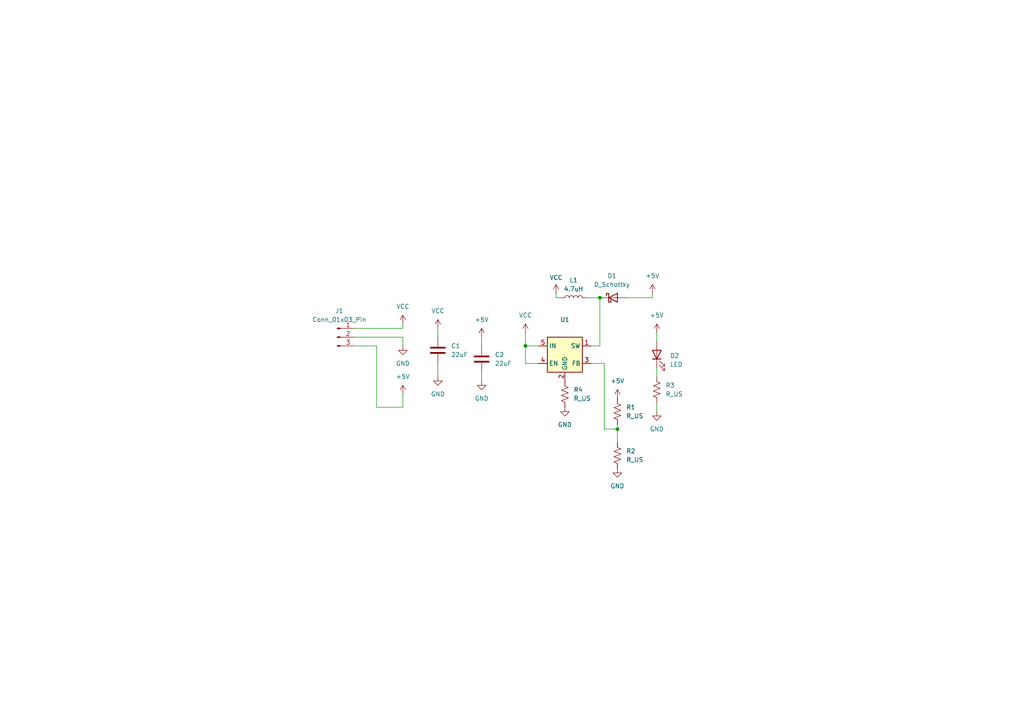
<source format=kicad_sch>
(kicad_sch (version 20250114) (generator "eeschema") (generator_version "9.0")
  (paper "A4")
  (lib_symbols
    (symbol "Connector:Conn_01x03_Pin" (pin_names (offset 1.016) (hide yes))
      (property "Reference" "J" (at 0 5.08 0))
      (property "Value" "Conn_01x03_Pin" (at 0 -5.08 0))
      (symbol "Conn_01x03_Pin_1_1"
        (rectangle (start 0.8636 2.667) (end 0 2.413) (stroke (width 0.1524)) (fill (type outline)))
        (rectangle (start 0.8636 0.127) (end 0 -0.127) (stroke (width 0.1524)) (fill (type outline)))
        (rectangle (start 0.8636 -2.413) (end 0 -2.667) (stroke (width 0.1524)) (fill (type outline)))
        (polyline (pts (xy 1.27 2.54) (xy 0.8636 2.54)) (stroke (width 0.1524)))
        (polyline (pts (xy 1.27 0) (xy 0.8636 0)) (stroke (width 0.1524)))
        (polyline (pts (xy 1.27 -2.54) (xy 0.8636 -2.54)) (stroke (width 0.1524)))
        (pin passive line (at 5.08 2.54 180) (length 3.81) (name "Pin_1") (number "1"))
        (pin passive line (at 5.08 0 180) (length 3.81) (name "Pin_2") (number "2"))
        (pin passive line (at 5.08 -2.54 180) (length 3.81) (name "Pin_3") (number "3"))
      )
    )
    (symbol "Device:C" (pin_numbers (hide yes)) (pin_names (offset 0.254))
      (property "Reference" "C" (at 0.635 2.54 0))
      (property "Value" "C" (at 0.635 -2.54 0))
      (symbol "C_0_1"
        (polyline (pts (xy -2.032 0.762) (xy 2.032 0.762)) (stroke (width 0.508)))
        (polyline (pts (xy -2.032 -0.762) (xy 2.032 -0.762)) (stroke (width 0.508)))
      )
      (symbol "C_1_1"
        (pin passive line (at 0 3.81 270) (length 2.794) (name "~") (number "1"))
        (pin passive line (at 0 -3.81 90) (length 2.794) (name "~") (number "2"))
      )
    )
    (symbol "Device:L" (pin_numbers (hide yes)) (pin_names (offset 1.016) (hide yes))
      (property "Reference" "L" (at -1.27 0 90))
      (property "Value" "L" (at 1.905 0 90))
      (symbol "L_0_1"
        (arc (start 0 2.54) (mid 0.6323 1.905) (end 0 1.27))
        (arc (start 0 1.27) (mid 0.6323 0.635) (end 0 0))
        (arc (start 0 0) (mid 0.6323 -0.635) (end 0 -1.27))
        (arc (start 0 -1.27) (mid 0.6323 -1.905) (end 0 -2.54))
      )
      (symbol "L_1_1"
        (pin passive line (at 0 3.81 270) (length 1.27) (name "1") (number "1"))
        (pin passive line (at 0 -3.81 90) (length 1.27) (name "2") (number "2"))
      )
    )
    (symbol "Device:LED" (pin_numbers (hide yes)) (pin_names (offset 1.016) (hide yes))
      (property "Reference" "D" (at 0 2.54 0))
      (property "Value" "LED" (at 0 -2.54 0))
      (symbol "LED_0_1"
        (polyline (pts (xy -3.048 -0.762) (xy -4.572 -2.286) (xy -3.81 -2.286) (xy -4.572 -2.286) (xy -4.572 -1.524)))
        (polyline (pts (xy -1.778 -0.762) (xy -3.302 -2.286) (xy -2.54 -2.286) (xy -3.302 -2.286) (xy -3.302 -1.524)))
        (polyline (pts (xy -1.27 0) (xy 1.27 0)))
        (polyline (pts (xy -1.27 -1.27) (xy -1.27 1.27)) (stroke (width 0.254)))
        (polyline (pts (xy 1.27 -1.27) (xy 1.27 1.27) (xy -1.27 0) (xy 1.27 -1.27)) (stroke (width 0.254)))
      )
      (symbol "LED_1_1"
        (pin passive line (at -3.81 0 0) (length 2.54) (name "K") (number "1"))
        (pin passive line (at 3.81 0 180) (length 2.54) (name "A") (number "2"))
      )
    )
    (symbol "Device:R_US" (pin_numbers (hide yes)) (pin_names (offset 0))
      (property "Reference" "R" (at 2.54 0 90))
      (property "Value" "R_US" (at -2.54 0 90))
      (symbol "R_US_0_1"
        (polyline (pts (xy 0 2.286) (xy 0 2.54)))
        (polyline (pts (xy 0 2.286) (xy 1.016 1.905) (xy 0 1.524) (xy -1.016 1.143) (xy 0 0.762)))
        (polyline (pts (xy 0 0.762) (xy 1.016 0.381) (xy 0 0) (xy -1.016 -0.381) (xy 0 -0.762)))
        (polyline (pts (xy 0 -0.762) (xy 1.016 -1.143) (xy 0 -1.524) (xy -1.016 -1.905) (xy 0 -2.286)))
        (polyline (pts (xy 0 -2.286) (xy 0 -2.54)))
      )
      (symbol "R_US_1_1"
        (pin passive line (at 0 3.81 270) (length 1.27) (name "~") (number "1"))
        (pin passive line (at 0 -3.81 90) (length 1.27) (name "~") (number "2"))
      )
    )
    (symbol "Diode:MBR0580" (pin_numbers (hide yes)) (pin_names (offset 1.016) (hide yes))
      (property "Reference" "D" (at 0 2.54 0))
      (property "Value" "MBR0580" (at 0 -2.54 0))
      (symbol "MBR0580_0_1"
        (polyline (pts (xy -1.905 0.635) (xy -1.905 1.27) (xy -1.27 1.27) (xy -1.27 -1.27) (xy -0.635 -1.27) (xy -0.635 -0.635)) (stroke (width 0.254)))
        (polyline (pts (xy 1.27 1.27) (xy 1.27 -1.27) (xy -1.27 0) (xy 1.27 1.27)) (stroke (width 0.254)))
        (polyline (pts (xy 1.27 0) (xy -1.27 0)))
      )
      (symbol "MBR0580_1_1"
        (pin passive line (at -3.81 0 0) (length 2.54) (name "K") (number "1"))
        (pin passive line (at 3.81 0 180) (length 2.54) (name "A") (number "2"))
      )
    )
    (symbol "Regulator_Switching:MT3608"
      (property "Reference" "U" (at -2.54 8.89 0))
      (property "Value" "MT3608" (at -3.81 6.35 0))
      (symbol "MT3608_0_1"
        (rectangle (start -5.08 5.08) (end 5.08 -5.08) (stroke (width 0.254)) (fill (type background)))
      )
      (symbol "MT3608_1_1"
        (pin power_in line (at -7.62 2.54 0) (length 2.54) (name "IN") (number "5"))
        (pin input line (at -7.62 -2.54 0) (length 2.54) (name "EN") (number "4"))
        (pin power_in line (at 0 -7.62 90) (length 2.54) (name "GND") (number "2"))
        (pin no_connect line (at 5.08 0 180) (length 2.54) (hide yes) (name "NC") (number "6"))
        (pin passive line (at 7.62 2.54 180) (length 2.54) (name "SW") (number "1"))
        (pin input line (at 7.62 -2.54 180) (length 2.54) (name "FB") (number "3"))
      )
    )
    (symbol "power:+5V" (power) (pin_numbers (hide yes)) (pin_names (offset 0) (hide yes))
      (property "Value" "+5V" (at 0 3.556 0))
      (symbol "+5V_0_1"
        (polyline (pts (xy -0.762 1.27) (xy 0 2.54)))
        (polyline (pts (xy 0 2.54) (xy 0.762 1.27)))
        (polyline (pts (xy 0 0) (xy 0 2.54)))
      )
      (symbol "+5V_1_1"
        (pin power_in line (at 0 0 90) (length 0) (name "~") (number "1"))
      )
    )
    (symbol "power:GND" (power) (pin_numbers (hide yes)) (pin_names (offset 0) (hide yes))
      (property "Value" "GND" (at 0 -3.81 0))
      (symbol "GND_0_1"
        (polyline (pts (xy 0 0) (xy 0 -1.27) (xy 1.27 -1.27) (xy 0 -2.54) (xy -1.27 -1.27) (xy 0 -1.27)))
      )
      (symbol "GND_1_1"
        (pin power_in line (at 0 0 270) (length 0) (name "~") (number "1"))
      )
    )
    (symbol "power:VCC" (power) (pin_numbers (hide yes)) (pin_names (offset 0) (hide yes))
      (property "Value" "VCC" (at 0 3.556 0))
      (symbol "VCC_0_1"
        (polyline (pts (xy -0.762 1.27) (xy 0 2.54)))
        (polyline (pts (xy 0 2.54) (xy 0.762 1.27)))
        (polyline (pts (xy 0 0) (xy 0 2.54)))
      )
      (symbol "VCC_1_1"
        (pin power_in line (at 0 0 90) (length 0) (name "~") (number "1"))
      )
    )
  )
  (junction (at 152.4 100.33))
  (junction (at 173.99 86.36))
  (junction (at 179.07 124.46))
  (wire (pts (xy 116.84 97.79) (xy 116.84 100.33)))
  (wire (pts (xy 171.45 100.33) (xy 173.99 100.33)))
  (wire (pts (xy 189.23 86.36) (xy 189.23 85.09)))
  (wire (pts (xy 175.26 105.41) (xy 175.26 124.46)))
  (wire (pts (xy 152.4 100.33) (xy 156.21 100.33)))
  (wire (pts (xy 127 105.41) (xy 127 109.22)))
  (wire (pts (xy 109.22 100.33) (xy 102.87 100.33)))
  (wire (pts (xy 173.99 100.33) (xy 173.99 86.36)))
  (wire (pts (xy 179.07 123.19) (xy 179.07 124.46)))
  (wire (pts (xy 109.22 100.33) (xy 109.22 118.11)))
  (wire (pts (xy 179.07 124.46) (xy 179.07 128.27)))
  (wire (pts (xy 102.87 95.25) (xy 116.84 95.25)))
  (wire (pts (xy 161.29 86.36) (xy 162.56 86.36)))
  (wire (pts (xy 127 95.25) (xy 127 97.79)))
  (wire (pts (xy 152.4 105.41) (xy 156.21 105.41)))
  (wire (pts (xy 152.4 96.52) (xy 152.4 100.33)))
  (wire (pts (xy 190.5 116.84) (xy 190.5 119.38)))
  (wire (pts (xy 179.07 124.46) (xy 175.26 124.46)))
  (wire (pts (xy 170.18 86.36) (xy 173.99 86.36)))
  (wire (pts (xy 171.45 105.41) (xy 175.26 105.41)))
  (wire (pts (xy 161.29 85.09) (xy 161.29 86.36)))
  (wire (pts (xy 139.7 97.79) (xy 139.7 100.33)))
  (wire (pts (xy 139.7 107.95) (xy 139.7 110.49)))
  (wire (pts (xy 152.4 100.33) (xy 152.4 105.41)))
  (wire (pts (xy 190.5 106.68) (xy 190.5 109.22)))
  (wire (pts (xy 102.87 97.79) (xy 116.84 97.79)))
  (wire (pts (xy 116.84 118.11) (xy 116.84 114.3)))
  (wire (pts (xy 116.84 95.25) (xy 116.84 93.98)))
  (wire (pts (xy 190.5 96.52) (xy 190.5 99.06)))
  (wire (pts (xy 181.61 86.36) (xy 189.23 86.36)))
  (wire (pts (xy 109.22 118.11) (xy 116.84 118.11)))
  (symbol (lib_id "power:+5V") (at 189.23 85.09 0) (unit 1)
    (property "Reference" "#PWR013" (effects (hide yes)))
    (property "Value" "+5V" (at 189.23 80.01 0))
    (property "Description" "Power symbol creates a global label with name \"+5V\"" (effects (hide yes)))
  )
  (symbol (lib_id "power:+5V") (at 190.5 96.52 0) (unit 1)
    (property "Reference" "#PWR014" (effects (hide yes)))
    (property "Value" "+5V" (at 190.5 91.44 0))
    (property "Description" "Power symbol creates a global label with name \"+5V\"" (effects (hide yes)))
  )
  (symbol (lib_id "power:VCC") (at 127 95.25 0) (unit 1)
    (property "Reference" "#PWR01" (effects (hide yes)))
    (property "Value" "VCC" (at 127 90.17 0))
    (property "Description" "Power symbol creates a global label with name \"VCC\"" (effects (hide yes)))
  )
  (symbol (lib_id "Device:R_US") (at 179.07 119.38 0) (unit 1)
    (property "Reference" "R1" (at 181.61 118.1099 0) (effects (justify left)))
    (property "Value" "R_US" (at 181.61 120.6499 0) (effects (justify left)))
    (property "Footprint" "Resistor_SMD:R_0805_2012Metric_Pad1.20x1.40mm_HandSolder" (effects (hide yes)))
    (property "Description" "Resistor, US symbol" (effects (hide yes)))
  )
  (symbol (lib_id "power:+5V") (at 179.07 115.57 0) (unit 1)
    (property "Reference" "#PWR010" (effects (hide yes)))
    (property "Value" "+5V" (at 179.07 110.49 0))
    (property "Description" "Power symbol creates a global label with name \"+5V\"" (effects (hide yes)))
  )
  (symbol (lib_id "power:+5V") (at 139.7 97.79 0) (unit 1)
    (property "Reference" "#PWR04" (effects (hide yes)))
    (property "Value" "+5V" (at 139.7 92.71 0))
    (property "Description" "Power symbol creates a global label with name \"+5V\"" (effects (hide yes)))
  )
  (symbol (lib_id "power:GND") (at 127 109.22 0) (unit 1)
    (property "Reference" "#PWR02" (effects (hide yes)))
    (property "Value" "GND" (at 127 114.3 0))
    (property "Description" "Power symbol creates a global label with name \"GND\" , ground" (effects (hide yes)))
  )
  (symbol (lib_id "power:GND") (at 179.07 135.89 0) (unit 1)
    (property "Reference" "#PWR011" (effects (hide yes)))
    (property "Value" "GND" (at 179.07 140.97 0))
    (property "Description" "Power symbol creates a global label with name \"GND\" , ground" (effects (hide yes)))
  )
  (symbol (lib_id "Device:C") (at 127 101.6 0) (unit 1)
    (property "Reference" "C1" (at 130.81 100.3299 0) (effects (justify left)))
    (property "Value" "22uF" (at 130.81 102.8699 0) (effects (justify left)))
    (property "Footprint" "Capacitor_SMD:C_0805_2012Metric" (effects (hide yes)))
    (property "Description" "Unpolarized capacitor" (effects (hide yes)))
  )
  (symbol (lib_id "Regulator_Switching:MT3608") (at 163.83 102.87 0) (unit 1)
    (property "Reference" "U1" (at 163.83 92.71 0))
    (property "Value" "MT3608" (effects (hide yes)))
    (property "Footprint" "Package_TO_SOT_SMD:SOT-23-6" (effects (hide yes)))
    (property "Datasheet" "https://www.olimex.com/Products/Breadboarding/BB-PWR-3608/resources/MT3608.pdf" (effects (hide yes)))
    (property "Description" "High Efficiency 1.2MHz 2A Step Up Converter, 2-24V Vin, 28V Vout, 4A current limit, 1.2MHz, SOT23-6" (effects (hide yes)))
  )
  (symbol (lib_id "Device:LED") (at 190.5 102.87 90) (unit 1)
    (property "Reference" "D2" (at 194.31 103.1874 90) (effects (justify right)))
    (property "Value" "LED" (at 194.31 105.7274 90) (effects (justify right)))
    (property "Footprint" "LED_THT:LED_D3.0mm" (effects (hide yes)))
    (property "Description" "Light emitting diode" (effects (hide yes)))
    (property "Sim.Pins" "1=K 2=A" (effects (hide yes)))
  )
  (symbol (lib_id "power:GND") (at 116.84 100.33 0) (unit 1)
    (property "Reference" "#PWR06" (effects (hide yes)))
    (property "Value" "GND" (at 116.84 105.41 0))
    (property "Description" "Power symbol creates a global label with name \"GND\" , ground" (effects (hide yes)))
  )
  (symbol (lib_id "power:GND") (at 163.83 118.11 0) (unit 1)
    (property "Reference" "#PWR08" (effects (hide yes)))
    (property "Value" "GND" (at 163.83 123.19 0))
    (property "Description" "Power symbol creates a global label with name \"GND\" , ground" (effects (hide yes)))
  )
  (symbol (lib_id "power:+5V") (at 116.84 114.3 0) (unit 1)
    (property "Reference" "#PWR05" (effects (hide yes)))
    (property "Value" "+5V" (at 116.84 109.22 0))
    (property "Description" "Power symbol creates a global label with name \"+5V\"" (effects (hide yes)))
  )
  (symbol (lib_id "Device:L") (at 166.37 86.36 90) (unit 1)
    (property "Reference" "L1" (at 166.37 81.28 90))
    (property "Value" "4.7uH" (at 166.37 83.82 90))
    (property "Footprint" "Inductor_SMD:L_0402_1005Metric" (effects (hide yes)))
    (property "Description" "Inductor" (effects (hide yes)))
  )
  (symbol (lib_id "Diode:MBR0580") (at 177.8 86.36 0) (unit 1)
    (property "Reference" "D1" (at 177.4825 80.01 0))
    (property "Value" "D_Schottky" (at 177.4825 82.55 0))
    (property "Footprint" "Diode_SMD:D_SOD-123" (effects (hide yes)))
    (property "Datasheet" "http://www.mccsemi.com/up_pdf/MBR0520~MBR0580(SOD123).pdf" (effects (hide yes)))
    (property "Description" "80V 0.5A Schottky Power Rectifier Diode, SOD-123" (effects (hide yes)))
  )
  (symbol (lib_id "power:VCC") (at 116.84 93.98 0) (unit 1)
    (property "Reference" "#PWR07" (effects (hide yes)))
    (property "Value" "VCC" (at 116.84 88.9 0))
    (property "Description" "Power symbol creates a global label with name \"VCC\"" (effects (hide yes)))
  )
  (symbol (lib_id "Device:R_US") (at 190.5 113.03 0) (unit 1)
    (property "Reference" "R3" (at 193.04 111.7599 0) (effects (justify left)))
    (property "Value" "R_US" (at 193.04 114.2999 0) (effects (justify left)))
    (property "Footprint" "Resistor_SMD:R_0805_2012Metric_Pad1.20x1.40mm_HandSolder" (effects (hide yes)))
    (property "Description" "Resistor, US symbol" (effects (hide yes)))
  )
  (symbol (lib_id "power:VCC") (at 152.4 96.52 0) (unit 1)
    (property "Reference" "#PWR09" (effects (hide yes)))
    (property "Value" "VCC" (at 152.4 91.44 0))
    (property "Description" "Power symbol creates a global label with name \"VCC\"" (effects (hide yes)))
  )
  (symbol (lib_id "power:GND") (at 190.5 119.38 0) (unit 1)
    (property "Reference" "#PWR015" (effects (hide yes)))
    (property "Value" "GND" (at 190.5 124.46 0))
    (property "Description" "Power symbol creates a global label with name \"GND\" , ground" (effects (hide yes)))
  )
  (symbol (lib_id "Device:R_US") (at 179.07 132.08 0) (unit 1)
    (property "Reference" "R2" (at 181.61 130.8099 0) (effects (justify left)))
    (property "Value" "R_US" (at 181.61 133.3499 0) (effects (justify left)))
    (property "Footprint" "Resistor_SMD:R_0805_2012Metric_Pad1.20x1.40mm_HandSolder" (effects (hide yes)))
    (property "Description" "Resistor, US symbol" (effects (hide yes)))
  )
  (symbol (lib_id "Device:R_US") (at 163.83 114.3 0) (unit 1)
    (property "Reference" "R4" (at 166.37 113.0299 0) (effects (justify left)))
    (property "Value" "R_US" (at 166.37 115.5699 0) (effects (justify left)))
    (property "Footprint" "Resistor_SMD:R_0805_2012Metric_Pad1.20x1.40mm_HandSolder" (effects (hide yes)))
    (property "Description" "Resistor, US symbol" (effects (hide yes)))
  )
  (symbol (lib_id "power:VCC") (at 161.29 85.09 0) (unit 1)
    (property "Reference" "#PWR012" (effects (hide yes)))
    (property "Value" "VCC" (at 161.29 80.518 0))
    (property "Description" "Power symbol creates a global label with name \"VCC\"" (effects (hide yes)))
  )
  (symbol (lib_id "Device:C") (at 139.7 104.14 0) (unit 1)
    (property "Reference" "C2" (at 143.51 102.8699 0) (effects (justify left)))
    (property "Value" "22uF" (at 143.51 105.4099 0) (effects (justify left)))
    (property "Footprint" "Capacitor_SMD:C_0805_2012Metric" (effects (hide yes)))
    (property "Description" "Unpolarized capacitor" (effects (hide yes)))
  )
  (symbol (lib_id "power:GND") (at 139.7 110.49 0) (unit 1)
    (property "Reference" "#PWR03" (effects (hide yes)))
    (property "Value" "GND" (at 139.7 115.57 0))
    (property "Description" "Power symbol creates a global label with name \"GND\" , ground" (effects (hide yes)))
  )
  (symbol (lib_id "Connector:Conn_01x03_Pin") (at 97.79 97.79 0) (unit 1)
    (property "Reference" "J1" (at 98.425 90.17 0))
    (property "Value" "Conn_01x03_Pin" (at 98.425 92.71 0))
    (property "Footprint" "Connector_PinSocket_2.54mm:PinSocket_1x03_P2.54mm_Vertical" (effects (hide yes)))
    (property "Description" "Generic connector, single row, 01x03, script generated" (effects (hide yes)))
  )
)
</source>
